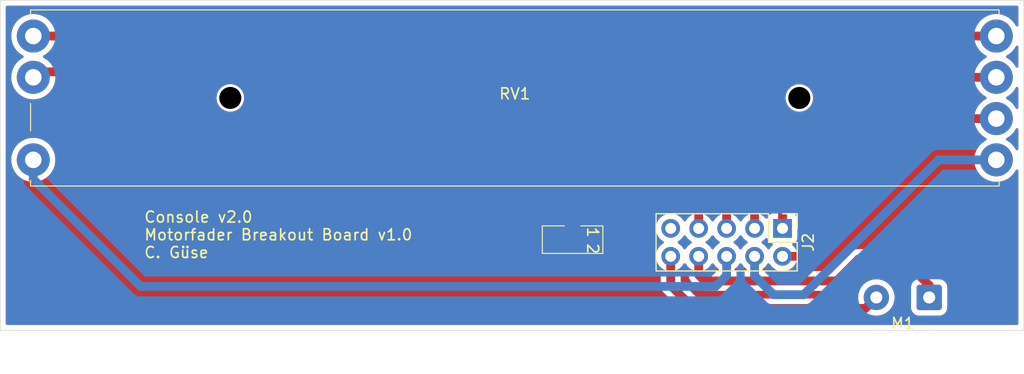
<source format=kicad_pcb>
(kicad_pcb (version 20240108) (generator "pcbnew") (generator_version "8.0")
  (layers (0 "F.Cu" signal) (31 "B.Cu" signal) (34 "B.Paste" user) (35 "F.Paste" user) (36 "B.SilkS" user "B.Silkscreen") (37 "F.SilkS" user "F.Silkscreen") (38 "B.Mask" user) (39 "F.Mask" user) (44 "Edge.Cuts" user))
  (net 0 "")
  (net 1 "/3'")
  (net 2 "/M2")
  (net 3 "/2")
  (net 4 "/T")
  (net 5 "/1")
  (net 6 "/2'")
  (net 7 "/M1")
  (net 8 "/1'")
  (net 10 "/3")
  (footprint "Connector_PinHeader_2.54mm:PinHeader_2x05_P2.54mm_Vertical" (layer "F.Cu") (at 175.075 98.725 -90)
    (property "Reference" "J2" (at 1.27 -2.33 90) (layer "F.SilkS"))
    (property "Value" "Conn_02x05_Counter_Clockwise")
    (fp_line (start -1.33 11.49) (end 3.87 11.49) (stroke (width 0.12)) (layer "F.SilkS"))
    (fp_line (start -1.33 1.27) (end -1.33 11.49) (stroke (width 0.12)) (layer "F.SilkS"))
    (fp_line (start -1.33 1.27) (end 1.27 1.27) (stroke (width 0.12)) (layer "F.SilkS"))
    (fp_line (start 1.27 1.27) (end 1.27 -1.33) (stroke (width 0.12)) (layer "F.SilkS"))
    (fp_line (start -1.33 0) (end -1.33 -1.33) (stroke (width 0.12)) (layer "F.SilkS"))
    (fp_line (start -1.33 -1.33) (end 0 -1.33) (stroke (width 0.12)) (layer "F.SilkS"))
    (fp_line (start 1.27 -1.33) (end 3.87 -1.33) (stroke (width 0.12)) (layer "F.SilkS"))
    (fp_line (start 3.87 -1.33) (end 3.87 11.49) (stroke (width 0.12)) (layer "F.SilkS"))
    (pad "1" thru_hole rect (at 0 0 270) (size 1.7 1.7) (drill 1) (layers "*.Cu" "*.Mask") (net 5 "/1"))
    (pad "2" thru_hole oval (at 2.54 0 270) (size 1.7 1.7) (drill 1) (layers "*.Cu" "*.Mask") (net 8 "/1'"))
    (pad "3" thru_hole oval (at 0 2.54 270) (size 1.7 1.7) (drill 1) (layers "*.Cu" "*.Mask") (net 3 "/2"))
    (pad "4" thru_hole oval (at 2.54 2.54 270) (size 1.7 1.7) (drill 1) (layers "*.Cu" "*.Mask") (net 6 "/2'"))
    (pad "5" thru_hole oval (at 0 5.08 270) (size 1.7 1.7) (drill 1) (layers "*.Cu" "*.Mask") (net 10 "/3"))
    (pad "6" thru_hole oval (at 2.54 5.08 270) (size 1.7 1.7) (drill 1) (layers "*.Cu" "*.Mask") (net 1 "/3'"))
    (pad "7" thru_hole oval (at 0 7.62 270) (size 1.7 1.7) (drill 1) (layers "*.Cu" "*.Mask") (net 4 "/T"))
    (pad "8" thru_hole oval (at 2.54 7.62 270) (size 1.7 1.7) (drill 1) (layers "*.Cu" "*.Mask") (net 7 "/M1"))
    (pad "9" thru_hole oval (at 0 10.16 270) (size 1.7 1.7) (drill 1) (layers "*.Cu" "*.Mask"))
    (pad "10" thru_hole oval (at 2.54 10.16 270) (size 1.7 1.7) (drill 1) (layers "*.Cu" "*.Mask") (net 2 "/M2"))
  )
  (footprint "Console:Motorfader" (layer "F.Cu") (at 150.75 86.875)
    (property "Reference" "RV1" (at 0 -0.375 0) (layer "F.SilkS"))
    (property "Value" "~")
    (fp_line (start -44 -8) (end -44 -7.5) (stroke (width 0.1)) (layer "F.SilkS"))
    (fp_line (start -44 -8) (end 44 -8) (stroke (width 0.1)) (layer "F.SilkS"))
    (fp_line (start -44 3) (end -44 0.5) (stroke (width 0.1)) (layer "F.SilkS"))
    (fp_line (start -44 7.5) (end -44 8) (stroke (width 0.1)) (layer "F.SilkS"))
    (fp_line (start 44 -8) (end 44 -7.5) (stroke (width 0.1)) (layer "F.SilkS"))
    (fp_line (start 44 7.5) (end 44 8) (stroke (width 0.1)) (layer "F.SilkS"))
    (fp_line (start 44 8) (end -44 8) (stroke (width 0.1)) (layer "F.SilkS"))
    (pad "" np_thru_hole circle (at -25.85 0) (size 2 2) (drill 2) (layers "*.Mask"))
    (pad "" np_thru_hole circle (at 25.85 0) (size 2 2) (drill 2) (layers "*.Mask"))
    (pad "1" thru_hole circle (at 43.75 -1.875) (size 3 3) (drill 1.5) (layers "*.Cu" "*.Mask") (net 5 "/1"))
    (pad "1'" thru_hole circle (at 43.75 1.875) (size 3 3) (drill 1.5) (layers "*.Cu" "*.Mask") (net 8 "/1'"))
    (pad "2" thru_hole circle (at 43.75 -5.625) (size 3 3) (drill 1.5) (layers "*.Cu" "*.Mask") (net 3 "/2"))
    (pad "2'" thru_hole circle (at 43.75 5.625) (size 3 3) (drill 1.5) (layers "*.Cu" "*.Mask") (net 6 "/2'"))
    (pad "3" thru_hole circle (at -43.75 -5.625) (size 3 3) (drill 1.5) (layers "*.Cu" "*.Mask") (net 10 "/3"))
    (pad "3'" thru_hole circle (at -43.75 5.625) (size 3 3) (drill 1.5) (layers "*.Cu" "*.Mask") (net 1 "/3'"))
    (pad "T" thru_hole circle (at -43.75 -1.875) (size 3 3) (drill 1.5) (layers "*.Cu" "*.Mask") (net 4 "/T"))
  )
  (footprint "Connector_Wire:SolderWire-0.5sqmm_1x02_P4.8mm_D0.9mm_OD2.3mm" (layer "F.Cu") (at 188.4 105 180)
    (property "Reference" "M1" (at 2.4 -2.35 0) (layer "F.SilkS"))
    (property "Value" "Motor_DC")
    (pad "1" thru_hole roundrect (at 0 0 180) (size 2.3 2.3) (drill 1.1) (layers "*.Cu" "*.Mask") (roundrect_rratio 0.108696) (net 7 "/M1"))
    (pad "2" thru_hole circle (at 4.8 0 180) (size 2.3 2.3) (drill 1.1) (layers "*.Cu" "*.Mask") (net 2 "/M2"))
  )
  (gr_line (start 156.75 98.5) (end 158.75 98.5) (stroke (width 0.1)) (layer "F.SilkS"))
  (gr_line (start 158.75 101) (end 153.25 101) (stroke (width 0.1)) (layer "F.SilkS"))
  (gr_line (start 153.25 98.5) (end 155.25 98.5) (stroke (width 0.1)) (layer "F.SilkS"))
  (gr_line (start 153.25 101) (end 153.25 98.5) (stroke (width 0.1)) (layer "F.SilkS"))
  (gr_line (start 158.75 98.5) (end 158.75 101) (stroke (width 0.1)) (layer "F.SilkS"))
  (gr_rect (start 104 78) (end 197 108) (stroke (width 0.05)) (fill none) (layer "Edge.Cuts"))
  (gr_text "Console v2.0\nMotorfader Breakout Board v1.0\nC. Güse" (at 117 101.5 0) (layer "F.SilkS") (effects (font (size 1 1)) (justify left bottom)))
  (gr_text "1" (at 157.25 98.5 -90) (layer "F.SilkS") (effects (font (size 1 1)) (justify left bottom)))
  (gr_text "2" (at 157.25 100 -90) (layer "F.SilkS") (effects (font (size 1 1)) (justify left bottom)))
  (segment (start 169.995 103.005) (end 169.995 101.265) (width 0.8) (layer "B.Cu") (net 1))
  (segment (start 116.75 104) (end 169 104) (width 0.8) (layer "B.Cu") (net 1))
  (segment (start 169 104) (end 169.995 103.005) (width 0.8) (layer "B.Cu") (net 1))
  (segment (start 107 92.5) (end 107 94.25) (width 0.8) (layer "B.Cu") (net 1))
  (segment (start 107 94.25) (end 116.75 104) (width 0.8) (layer "B.Cu") (net 1))
  (segment (start 183.6 105) (end 182.6 106) (width 0.8) (layer "F.Cu") (net 2))
  (segment (start 167 106) (end 164.915 103.915) (width 0.8) (layer "F.Cu") (net 2))
  (segment (start 182.6 106) (end 167 106) (width 0.8) (layer "F.Cu") (net 2))
  (segment (start 164.915 103.915) (end 164.915 101.265) (width 0.8) (layer "F.Cu") (net 2))
  (segment (start 186.75 81.25) (end 172.535 95.465) (width 0.8) (layer "F.Cu") (net 3))
  (segment (start 172.535 95.465) (end 172.535 98.725) (width 0.8) (layer "F.Cu") (net 3))
  (segment (start 194.5 81.25) (end 186.75 81.25) (width 0.8) (layer "F.Cu") (net 3))
  (segment (start 167.455 95.955) (end 167.455 98.725) (width 0.8) (layer "F.Cu") (net 4))
  (segment (start 107 85) (end 107.5 84.5) (width 0.8) (layer "F.Cu") (net 4))
  (segment (start 156 84.5) (end 167.455 95.955) (width 0.8) (layer "F.Cu") (net 4))
  (segment (start 107.5 84.5) (end 156 84.5) (width 0.8) (layer "F.Cu") (net 4))
  (segment (start 187 85) (end 175.075 96.925) (width 0.8) (layer "F.Cu") (net 5))
  (segment (start 194.5 85) (end 187 85) (width 0.8) (layer "F.Cu") (net 5))
  (segment (start 175.075 96.925) (end 175.075 98.725) (width 0.8) (layer "F.Cu") (net 5))
  (segment (start 177 104.75) (end 174.25 104.75) (width 0.8) (layer "B.Cu") (net 6))
  (segment (start 189.25 92.5) (end 177 104.75) (width 0.8) (layer "B.Cu") (net 6))
  (segment (start 174.25 104.75) (end 172.535 103.035) (width 0.8) (layer "B.Cu") (net 6))
  (segment (start 194.5 92.5) (end 189.25 92.5) (width 0.8) (layer "B.Cu") (net 6))
  (segment (start 172.535 103.035) (end 172.535 101.265) (width 0.8) (layer "B.Cu") (net 6))
  (segment (start 186 101.5) (end 182 101.5) (width 0.8) (layer "F.Cu") (net 7))
  (segment (start 168 103.5) (end 167.455 102.955) (width 0.8) (layer "F.Cu") (net 7))
  (segment (start 167.455 102.955) (end 167.455 101.265) (width 0.8) (layer "F.Cu") (net 7))
  (segment (start 182 101.5) (end 180 103.5) (width 0.8) (layer "F.Cu") (net 7))
  (segment (start 180 103.5) (end 168 103.5) (width 0.8) (layer "F.Cu") (net 7))
  (segment (start 188.4 103.9) (end 186 101.5) (width 0.8) (layer "F.Cu") (net 7))
  (segment (start 188.4 105) (end 188.4 103.9) (width 0.8) (layer "F.Cu") (net 7))
  (segment (start 177.735 101.265) (end 175.075 101.265) (width 0.8) (layer "F.Cu") (net 8))
  (segment (start 190.25 88.75) (end 177.735 101.265) (width 0.8) (layer "F.Cu") (net 8))
  (segment (start 194.5 88.75) (end 190.25 88.75) (width 0.8) (layer "F.Cu") (net 8))
  (segment (start 194.5 88.75) (end 194.25 88.75) (width 0.8) (layer "F.Cu") (net 8))
  (segment (start 107 81.25) (end 158.25 81.25) (width 0.8) (layer "F.Cu") (net 10))
  (segment (start 169.995 92.995) (end 169.995 98.725) (width 0.8) (layer "F.Cu") (net 10))
  (segment (start 158.25 81.25) (end 169.995 92.995) (width 0.8) (layer "F.Cu") (net 10))
  (zone (net 0) (net_name "") (layers "F&B.Cu") (connect_pads (clearance 0.5)) (min_thickness 0.25) (fill yes (thermal_gap 0.5) (thermal_bridge_width 0.5) (island_removal_mode 1) (island_area_min 10))
    (polygon (pts (xy 104 78) (xy 197 78) (xy 197 108) (xy 104 108)))
  )
)
</source>
